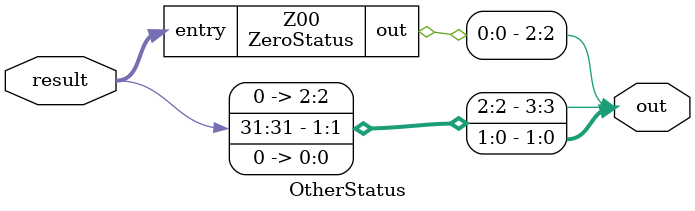
<source format=v>
module TestBench;
    reg [31:0] A, B;
    reg [0:3] code;
    wire [31:0] out;
    wire [3:0] st;
    ALU A00(A, B, code, out, st);
    initial begin
        //A = 32'b00000000000000000000000000000001;
        // A = 32'b11111111111111111111111111111111;
        //B = 32'b000000000000000000000000000011111;
        //B = 32'b000000000000000000000000000000001;
        A = 4;
        B = 6;
        //A = 32'b10101011010111001101011111011010;
        //B = 32'b11010100101111100010111000101111;
        code = 4'b0111;
        #1000
        $display("---------------------");
        $display("RESULTADO: %b", out);
        $display("STATUS: %b", st);
        $finish;
    end
endmodule

// Unidad central de la Unidad Lógica Aritmética (ALU).
module ALU(op1, op2, codigo, out, status);
    // Entradas
    input [31:0] op1, op2;
    input [3:0] codigo;
    // Salidas
    output [3:0] status;
    output [31:0] out;
    // Cables
    wire c0, status_condition;
    wire c_out;
    wire [31:0] out1, out2, out3;
    wire [31:0] flash_out;
    wire [3:0] status1, status2;
    //---------------------------
    // ALU
    // Componente aritmético.
    Aritmetico A00(op1, op2, codigo[0], codigo[1], out1, c_out);
    // Componente booleano.
    Booleano B00(op1, op2, codigo[0], codigo[1], out2);
    // Componente desplazamiento.
    Desplazamiento D00(op1, op2[4:0], codigo[0], codigo[1], out3);
    // STATUS
    ArithmeticStatus AS00(op1[31], op2[31], flash_out, c_out, status1);
    OtherStatus OS00(flash_out, status2);
    // CONDICIÓN DE STATUS
    not #(2) g1(c0, codigo[3]);
    and #(2) g2(status_condition, c0, codigo[2]);
    // DECISIÓN DE SALIDA SEǴUN EL CÓDIGO
    MUX4x1_32 M00(codigo[3], codigo[2], 32'b0, out1, out2, out3, flash_out);
    // Asignar el valor del "flash out" al out.
    OR_32 X00(32'b0 , flash_out, out);
    // DECISION DE FINAL DE STATUS (OI, ZI, NI, CI).
    MUX2x1_4 M01(status_condition, status2, status1, status);
endmodule


// ARITMETICO

// Unidad central del operador aritmético.
module Aritmetico(A, B, f0, f1, S, C);
    // Entradas 
    input [31:0] A, B;
    input f0, f1;
    // Salidas
    output [31:0] S;
    output C;
    // Cables
    wire [31:0] mux_a, inv_b, mux_b;
    wire xor_code, or_code;
    //----------------------------
    MUX2x1_32 M1(f1, A, 0, mux_a);
    Inversor_32 I1(B, inv_b);
    xor #(3) g1 (xor_code, f0, f1);
    MUX2x1_32 M2(xor_code, B, inv_b, mux_b);
    or #(2) g2(or_code, f0, f1);
    Adder32 A1(mux_b, mux_a, or_code, S, C);
endmodule

// Obtener inverso para 32 bits.
module Inversor_32(entry, out);
    // Entradas
    input [31:0] entry;
    // Salidas
    output [31:0] out;
    //---------------
    //Buscar los resultados individualmente
    //Llamar a un nuevo modulo 
    Inversor N00(entry[0], out[0]); 
    Inversor N01(entry[1], out[1]);
    Inversor N02(entry[2], out[2]);
    Inversor N03(entry[3], out[3]);
    Inversor N04(entry[4], out[4]);
    Inversor N05(entry[5], out[5]);
    Inversor N06(entry[6], out[6]);
    Inversor N07(entry[7], out[7]);
    Inversor N08(entry[8], out[8]);
    Inversor N09(entry[9], out[9]);
    Inversor N10(entry[10], out[10]);
    Inversor N11(entry[11], out[11]);
    Inversor N12(entry[12], out[12]);
    Inversor N13(entry[13], out[13]);
    Inversor N14(entry[14], out[14]);
    Inversor N15(entry[15], out[15]);
    Inversor N16(entry[16], out[16]);
    Inversor N17(entry[17], out[17]);
    Inversor N18(entry[18], out[18]);
    Inversor N19(entry[19], out[19]);
    Inversor N20(entry[20], out[20]);
    Inversor N21(entry[21], out[21]);
    Inversor N22(entry[22], out[22]);
    Inversor N23(entry[23], out[23]);
    Inversor N24(entry[24], out[24]);
    Inversor N25(entry[25], out[25]);
    Inversor N26(entry[26], out[26]);
    Inversor N27(entry[27], out[27]);
    Inversor N28(entry[28], out[28]);
    Inversor N29(entry[29], out[29]);
    Inversor N30(entry[30], out[30]);
    Inversor N31(entry[31], out[31]);
endmodule

// Obtener inverso individualmente.
module Inversor(A, out);
    // Entradas
    input A;
    // Salidas
    output out;
    //--------------------
    // Inversor hecho con "XOR".
    xor g1(out, 1'b1, A);
endmodule


//Sumador de 32 bits para proyecto TECic
module Adder32(A, B, c_in,  S, C);
    //Entradas
    input  [31:0] A, B;
    input   c_in;
	//Salidas
    output [31:0] S;
	output C;
    //Almacenamiento
    wire
	c31,c30,c29,c28,c27,c26,c25,c24,c23,c22,c21,c20,c19,c18,   c17,c16,
		c15,c14,c13,c12,c11,c10,c09,c08,c07,c06,c05,c04,c03,c02,c01,c00;
    //Obtener resultados de todos los bits
    //Llamar a un nuevo modulo 
    Full_Adder F00(A[0],B[0],c_in,c00,S[0]);
	Full_Adder F01(A[1],B[1],c00,c01,S[1]);
    Full_Adder F02(A[2],B[2],c01,c02,S[2]);
	Full_Adder F03(A[3],B[3],c02,c03,S[3]);
	Full_Adder F04(A[4],B[4],c03,c04,S[4]);
	Full_Adder F05(A[5],B[5],c04,c05,S[5]);
    Full_Adder F06(A[6],B[6],c05,c06,S[6]);
	Full_Adder F07(A[7],B[7],c06,c07,S[7]);
    Full_Adder F08(A[8],B[8],c07,c08,S[8]);
	Full_Adder F09(A[9],B[9],c08,c09,S[9]);
    Full_Adder F10(A[10],B[10],c09,c10,S[10]);
	Full_Adder F11(A[11],B[11],c10,c11,S[11]);
	Full_Adder F12(A[12],B[12],c11,c12,S[12]);
	Full_Adder F13(A[13],B[13],c12,c13,S[13]);
    Full_Adder F14(A[14],B[14],c13,c14,S[14]);
	Full_Adder F15(A[15],B[15],c14,c15,S[15]);
	Full_Adder F16(A[16],B[16],c15,c16,S[16]);
	Full_Adder F17(A[17],B[17],c16,c17,S[17]);
    Full_Adder F18(A[18],B[18],c17,c18,S[18]);
	Full_Adder F19(A[19],B[19],c18,c19,S[19]);
	Full_Adder F20(A[20],B[20],c19,c20,S[20]);
	Full_Adder F21(A[21],B[21],c20,c21,S[21]);
    Full_Adder F22(A[22],B[22],c21,c22,S[22]);
	Full_Adder F23(A[23],B[23],c22,c23,S[23]);
    Full_Adder F24(A[24],B[24],c23,c24,S[24]);
	Full_Adder F25(A[25],B[25],c24,c25,S[25]);
    Full_Adder F26(A[26],B[26],c25,c26,S[26]);
	Full_Adder F27(A[27],B[27],c26,c27,S[27]);
	Full_Adder F28(A[28],B[28],c27,c28,S[28]);
	Full_Adder F29(A[29],B[29],c28,c29,S[29]);
    Full_Adder F30(A[30],B[30],c29,c30,S[30]);
	Full_Adder F31(A[31],B[31],c30,C,S[31]);
endmodule

//Sumador completo para ALU de TECic
module Full_Adder (A,B,C,Carry,Sum);
   input A,B,C;
   output Carry,Sum;
   wire c1,c2,c3,c4,c5;
//---------------------
   and #(2) g1(c1,A,B);
   and #(2) g2(c2,A,C);
   and #(2) g3(c4,B,C);
   or  #(2) g4(c3,c1,c2);
   xor #(3) g5(c5,A,B);
   or  #(2) g6(Carry,c3,c4);
   xor #(3) g7(Sum,c5,C);
endmodule


// BOOLEANO

//Unidad central del operador booleano.
module Booleano(A, B, f0, f1, Out);
    // Entradas
    input [31:0] A, B;
    input f0, f1;
    // Salidas
    output [31:0] Out;
    // Cables
    wire [31:0] and_code, or_code, xor_code;
    //--------------------------------------
    AND_32 A0(A, B, and_code);
    OR_32 O0(A, B, or_code);
    XOR_32 X0(A, B, xor_code);
    MUX4x1_32 MO(f1, f0, 0, and_code, or_code, xor_code, Out);
endmodule

// AND para 32 bits.
module AND_32(A, B, out);
    // Entradas
    input [31:0] A,B;
    // Salidas
    output [31:0] out;
    //---------------
    and #(2) AND00(out[0], A[0], B[0]);
    and #(2) AND01(out[1], A[1], B[1]);
    and #(2) AND02(out[2], A[2], B[2]);
    and #(2) AND03(out[3], A[3], B[3]);
    and #(2) AND04(out[4], A[4], B[4]);
    and #(2) AND05(out[5], A[5], B[5]);
    and #(2) AND06(out[6], A[6], B[6]);
    and #(2) AND07(out[7], A[7], B[7]);
    and #(2) AND08(out[8], A[8], B[8]);
    and #(2) AND09(out[9], A[9], B[9]);
    and #(2) AND10(out[10], A[10], B[10]);
    and #(2) AND11(out[11], A[11], B[11]);
    and #(2) AND12(out[12], A[12], B[12]);
    and #(2) AND13(out[13], A[13], B[13]);
    and #(2) AND14(out[14], A[14], B[14]);
    and #(2) AND15(out[15], A[15], B[15]);
    and #(2) AND16(out[16], A[16], B[16]);
    and #(2) AND17(out[17], A[17], B[17]);
    and #(2) AND18(out[18], A[18], B[18]);
    and #(2) AND19(out[19], A[19], B[19]);
    and #(2) AND20(out[20], A[20], B[20]);
    and #(2) AND21(out[21], A[21], B[21]);
    and #(2) AND22(out[22], A[22], B[22]);
    and #(2) AND23(out[23], A[23], B[23]);
    and #(2) AND24(out[24], A[24], B[24]);
    and #(2) AND25(out[25], A[25], B[25]);
    and #(2) AND26(out[26], A[26], B[26]);
    and #(2) AND27(out[27], A[27], B[27]);
    and #(2) AND28(out[28], A[28], B[28]);
    and #(2) AND29(out[29], A[29], B[29]);
    and #(2) AND30(out[30], A[30], B[30]);
    and #(2) AND31(out[31], A[31], B[31]);
endmodule

// OR para 32 bits.
module OR_32(A, B, out);
    // Entradas
    input [31:0] A,B;
    // Salidas
    output [31:0] out;
    //----------------
    or #(2) OR00(out[0], A[0], B[0]);
    or #(2) OR01(out[1], A[1], B[1]);
    or #(2) OR02(out[2], A[2], B[2]);
    or #(2) OR03(out[3], A[3], B[3]);
    or #(2) OR04(out[4], A[4], B[4]);
    or #(2) OR05(out[5], A[5], B[5]);
    or #(2) OR06(out[6], A[6], B[6]);
    or #(2) OR07(out[7], A[7], B[7]);
    or #(2) OR08(out[8], A[8], B[8]);
    or #(2) OR09(out[9], A[9], B[9]);
    or #(2) OR10(out[10], A[10], B[10]);
    or #(2) OR11(out[11], A[11], B[11]);
    or #(2) OR12(out[12], A[12], B[12]);
    or #(2) OR13(out[13], A[13], B[13]);
    or #(2) OR14(out[14], A[14], B[14]);
    or #(2) OR15(out[15], A[15], B[15]);
    or #(2) OR16(out[16], A[16], B[16]);
    or #(2) OR17(out[17], A[17], B[17]);
    or #(2) OR18(out[18], A[18], B[18]);
    or #(2) OR19(out[19], A[19], B[19]);
    or #(2) OR20(out[20], A[20], B[20]);
    or #(2) OR21(out[21], A[21], B[21]);
    or #(2) OR22(out[22], A[22], B[22]);
    or #(2) OR23(out[23], A[23], B[23]);
    or #(2) OR24(out[24], A[24], B[24]);
    or #(2) OR25(out[25], A[25], B[25]);
    or #(2) OR26(out[26], A[26], B[26]);
    or #(2) OR27(out[27], A[27], B[27]);
    or #(2) OR28(out[28], A[28], B[28]);
    or #(2) OR29(out[29], A[29], B[29]);
    or #(2) OR30(out[30], A[30], B[30]);
    or #(2) OR31(out[31], A[31], B[31]);
endmodule

// XOR para 32 bits.
module XOR_32(A, B, out);
    // Entradas
    input [31:0] A,B;
    // Salidas
    output [31:0] out;
    //----------------
    xor #(3) XOR00(out[0], A[0], B[0]);
    xor #(3) XOR01(out[1], A[1], B[1]);
    xor #(3) XOR02(out[2], A[2], B[2]);
    xor #(3) XOR03(out[3], A[3], B[3]);
    xor #(3) XOR04(out[4], A[4], B[4]);
    xor #(3) XOR05(out[5], A[5], B[5]);
    xor #(3) XOR06(out[6], A[6], B[6]);
    xor #(3) XOR07(out[7], A[7], B[7]);
    xor #(3) XOR08(out[8], A[8], B[8]);
    xor #(3) XOR09(out[9], A[9], B[9]);
    xor #(3) XOR10(out[10], A[10], B[10]);
    xor #(3) XOR11(out[11], A[11], B[11]);
    xor #(3) XOR12(out[12], A[12], B[12]);
    xor #(3) XOR13(out[13], A[13], B[13]);
    xor #(3) XOR14(out[14], A[14], B[14]);
    xor #(3) XOR15(out[15], A[15], B[15]);
    xor #(3) XOR16(out[16], A[16], B[16]);
    xor #(3) XOR17(out[17], A[17], B[17]);
    xor #(3) XOR18(out[18], A[18], B[18]);
    xor #(3) XOR19(out[19], A[19], B[19]);
    xor #(3) XOR20(out[20], A[20], B[20]);
    xor #(3) XOR21(out[21], A[21], B[21]);
    xor #(3) XOR22(out[22], A[22], B[22]);
    xor #(3) XOR23(out[23], A[23], B[23]);
    xor #(3) XOR24(out[24], A[24], B[24]);
    xor #(3) XOR25(out[25], A[25], B[25]);
    xor #(3) XOR26(out[26], A[26], B[26]);
    xor #(3) XOR27(out[27], A[27], B[27]);
    xor #(3) XOR28(out[28], A[28], B[28]);
    xor #(3) XOR29(out[29], A[29], B[29]);
    xor #(3) XOR30(out[30], A[30], B[30]);
    xor #(3) XOR31(out[31], A[31], B[31]);
endmodule


// DESPLAZAMIENTO

//Unidad central del operador de desplazamiento.
module Desplazamiento(num, select, f0, f1, Out);
    // Entradas
    // La entrada la cual se le aplicará desplazamiento.
    input [31:0] num;
    // La cantidad de veces a desplazar.
    input [4:0] select;
    input f0,f1;
    // Cables
    wire [31:0] shl_code, slr_code, sar_code, ror_code;
    // Salidas
    output [31:0] Out;
    //--------------------------------------
    SHL_32 SHL00(select, num, shl_code);
    SLR_32 SLR00(select, num, slr_code);
    SAR_32 SAR00(select, num, sar_code);
    ROR_32 ROR00(select, num, ror_code);
    MUX4x1_32 M0(f1, f0, shl_code, slr_code, sar_code, ror_code, Out);
endmodule

// Trasladar a la derecha para 32 bits.
module SLR_32(select, entry, out);
    // Entradas
    input [4:0] select;
    input [31:0] entry;
    // Salidas
    output [31:0] out;
    // Cables
    wire [31:0] c1, c2, c3, c4, c5, c6,
    c7, c8, c9, c10, c11, c12, c13, c14, c15,
    c16, c17, c18, c19, c20, c21, c22, c23, c24,
    c25, c26, c27, c28, c29, c30;
    //-----------------------------------------
    // 16 bit shift
    SLR S30(select[4], c30, out);
    SLR S29(select[4], c29, c30);
    SLR S28(select[4], c28, c29);
    SLR S27(select[4], c27, c28);
    SLR S26(select[4], c26, c27);
    SLR S25(select[4], c25, c26);
    SLR S24(select[4], c24, c25);
    SLR S23(select[4], c23, c24);
    SLR S22(select[4], c22, c23);
    SLR S21(select[4], c21, c22);
    SLR S20(select[4], c20, c21);
    SLR S19(select[4], c19, c20);
    SLR S18(select[4], c18, c19);
    SLR S17(select[4], c17, c18);
    SLR S16(select[4], c16, c17);
    SLR S15(select[4], c15, c16);
    // 8 bit shift
    SLR S14(select[3], c14, c15);
    SLR S13(select[3], c13, c14);
    SLR S12(select[3], c12, c13);
    SLR S11(select[3], c11, c12);
    SLR S10(select[3], c10, c11);
    SLR S09(select[3], c9, c10);
    SLR S08(select[3], c8, c9);
    SLR S07(select[3], c7, c8);
    // 4 bit shift
    SLR S06(select[2], c6, c7);
    SLR S05(select[2], c5, c6);
    SLR S04(select[2], c4, c5);
    SLR S03(select[2], c3, c4);
    // 2 bit shift
    SLR S02(select[1], c2, c3);
    SLR S01(select[1], c1, c2);
    //1 bit shift
    SLR S00(select[0], entry, c1);
endmodule

// Trasladar a la izquierda para 32 bits.
module SHL_32(select, entry, out);
    // Entradas
    input [4:0] select;
    input [31:0] entry;
    // Salidas
    output [31:0] out;
    // Cables
    wire [31:0] c1, c2, c3, c4, c5, c6,
    c7, c8, c9, c10, c11, c12, c13, c14, c15,
    c16, c17, c18, c19, c20, c21, c22, c23, c24,
    c25, c26, c27, c28, c29, c30;
    //-----------------------------------------
    // 16 bit shift
    SHL S30(select[4], c30, out);
    SHL S29(select[4], c29, c30);
    SHL S28(select[4], c28, c29);
    SHL S27(select[4], c27, c28);
    SHL S26(select[4], c26, c27);
    SHL S25(select[4], c25, c26);
    SHL S24(select[4], c24, c25);
    SHL S23(select[4], c23, c24);
    SHL S22(select[4], c22, c23);
    SHL S21(select[4], c21, c22);
    SHL S20(select[4], c20, c21);
    SHL S19(select[4], c19, c20);
    SHL S18(select[4], c18, c19);
    SHL S17(select[4], c17, c18);
    SHL S16(select[4], c16, c17);
    SHL S15(select[4], c15, c16);
    // 8 bit shift
    SHL S14(select[3], c14, c15);
    SHL S13(select[3], c13, c14);
    SHL S12(select[3], c12, c13);
    SHL S11(select[3], c11, c12);
    SHL S10(select[3], c10, c11);
    SHL S09(select[3], c9, c10);
    SHL S08(select[3], c8, c9);
    SHL S07(select[3], c7, c8);
    // 4 bit shift
    SHL S06(select[2], c6, c7);
    SHL S05(select[2], c5, c6);
    SHL S04(select[2], c4, c5);
    SHL S03(select[2], c3, c4);
    // 2 bit shift
    SHL S02(select[1], c2, c3);
    SHL S01(select[1], c1, c2);
    //1 bit shift
    SHL S00(select[0], entry, c1);
endmodule

// Trasladar a la izquierda aritmético para 32 bits.
module SAR_32(select, entry, out);
    // Entradas
    input [4:0] select;
    input [31:0] entry;
    // Salidas
    output [31:0] out;
    // Cables
    wire [31:0] c1, c2, c3, c4, c5, c6,
    c7, c8, c9, c10, c11, c12, c13, c14, c15,
    c16, c17, c18, c19, c20, c21, c22, c23, c24,
    c25, c26, c27, c28, c29, c30;
    //-----------------------------------------
    // 16 bit shift
    SAR S30(select[4], c30, out);
    SAR S29(select[4], c29, c30);
    SAR S28(select[4], c28, c29);
    SAR S27(select[4], c27, c28);
    SAR S26(select[4], c26, c27);
    SAR S25(select[4], c25, c26);
    SAR S24(select[4], c24, c25);
    SAR S23(select[4], c23, c24);
    SAR S22(select[4], c22, c23);
    SAR S21(select[4], c21, c22);
    SAR S20(select[4], c20, c21);
    SAR S19(select[4], c19, c20);
    SAR S18(select[4], c18, c19);
    SAR S17(select[4], c17, c18);
    SAR S16(select[4], c16, c17);
    SAR S15(select[4], c15, c16);
    // 8 bit shift
    SAR S14(select[3], c14, c15);
    SAR S13(select[3], c13, c14);
    SAR S12(select[3], c12, c13);
    SAR S11(select[3], c11, c12);
    SAR S10(select[3], c10, c11);
    SAR S09(select[3], c9, c10);
    SAR S08(select[3], c8, c9);
    SAR S07(select[3], c7, c8);
    // 4 bit shift
    SAR S06(select[2], c6, c7);
    SAR S05(select[2], c5, c6);
    SAR S04(select[2], c4, c5);
    SAR S03(select[2], c3, c4);
    // 2 bit shift
    SAR S02(select[1], c2, c3);
    SAR S01(select[1], c1, c2);
    //1 bit shift
    SAR S00(select[0], entry, c1);
endmodule


// Rotar a la derecha para 32 bits.
module ROR_32(select, entry, out);
    // Entradas
    input [4:0] select;
    input [31:0] entry;
    // Salidas
    output [31:0] out;
    // Cables
    wire [31:0] c1, c2, c3, c4, c5, c6,
    c7, c8, c9, c10, c11, c12, c13, c14, c15,
    c16, c17, c18, c19, c20, c21, c22, c23, c24,
    c25, c26, c27, c28, c29, c30;
    //-----------------------------------------
    // 16 bit shift
    ROR R30(select[4], c30, out);
    ROR R29(select[4], c29, c30);
    ROR R28(select[4], c28, c29);
    ROR R27(select[4], c27, c28);
    ROR R26(select[4], c26, c27);
    ROR R25(select[4], c25, c26);
    ROR R24(select[4], c24, c25);
    ROR R23(select[4], c23, c24);
    ROR R22(select[4], c22, c23);
    ROR R21(select[4], c21, c22);
    ROR R20(select[4], c20, c21);
    ROR R19(select[4], c19, c20);
    ROR R18(select[4], c18, c19);
    ROR R17(select[4], c17, c18);
    ROR R16(select[4], c16, c17);
    ROR R15(select[4], c15, c16);
    // 8 bit shift
    ROR R14(select[3], c14, c15);
    ROR R13(select[3], c13, c14);
    ROR R12(select[3], c12, c13);
    ROR R11(select[3], c11, c12);
    ROR R10(select[3], c10, c11);
    ROR R09(select[3], c9, c10);
    ROR R08(select[3], c8, c9);
    ROR R07(select[3], c7, c8);
    // 4 bit shift
    ROR R06(select[2], c6, c7);
    ROR R05(select[2], c5, c6);
    ROR R04(select[2], c4, c5);
    ROR R03(select[2], c3, c4);
    // 2 bit shift
    ROR R02(select[1], c2, c3);
    ROR R01(select[1], c1, c2);
    //1 bit shift
    ROR R00(select[0], entry, c1);
endmodule

// Trasladar a la derecha.
module SLR(select, entry, out);
    // Entradas
    input [31:0]entry;
    input select;
    // Salidas
    output [31:0]out;
    //---------------
    // Shift de un bit a derecha.
    MUX2x1  M31(select,entry[31],1'b0,out[31]);
    MUX2x1  M30 (select,entry[30],entry[31],out[30]);
    MUX2x1  M29 (select,entry[29],entry[30],out[29]);
    MUX2x1  M28 (select,entry[28],entry[29],out[28]);
    MUX2x1  M27 (select,entry[27],entry[28],out[27]);
    MUX2x1  M26 (select,entry[26],entry[27],out[26]);
    MUX2x1  M25 (select,entry[25],entry[26],out[25]);
    MUX2x1  M24 (select,entry[24],entry[25],out[24]);
    MUX2x1  M23 (select,entry[23],entry[24],out[23]);
    MUX2x1  M22 (select,entry[22],entry[23],out[22]);
    MUX2x1  M21 (select,entry[21],entry[22],out[21]);
    MUX2x1  M20 (select,entry[20],entry[21],out[20]);
    MUX2x1  M19 (select,entry[19],entry[20],out[19]);
    MUX2x1  M18 (select,entry[18],entry[19],out[18]);
    MUX2x1  M17 (select,entry[17],entry[18],out[17]);
    MUX2x1  M16 (select,entry[16],entry[17],out[16]);
    MUX2x1  M15 (select,entry[15],entry[16],out[15]);
    MUX2x1  M14 (select,entry[14],entry[15],out[14]);
    MUX2x1  M13 (select,entry[13],entry[14],out[13]);
    MUX2x1  M12 (select,entry[12],entry[13],out[12]);
    MUX2x1  M11 (select,entry[11],entry[12],out[11]);
    MUX2x1  M10 (select,entry[10],entry[11],out[10]);
    MUX2x1  M9 (select,entry[9],entry[10],out[9]);
    MUX2x1  M8 (select,entry[8],entry[9],out[8]);
    MUX2x1  M7 (select,entry[7],entry[8],out[7]);
    MUX2x1  M6 (select,entry[6],entry[7],out[6]);
    MUX2x1  M5 (select,entry[5],entry[6],out[5]);
    MUX2x1  M4 (select,entry[4],entry[5],out[4]);
    MUX2x1  M3 (select,entry[3],entry[4],out[3]);
    MUX2x1  M2 (select,entry[2],entry[3],out[2]);
    MUX2x1  M1 (select,entry[1],entry[2],out[1]);
    MUX2x1  M0 (select,entry[0],entry[1],out[0]);
endmodule

// Trasladar a la izquierda.
module SHL(select, entry, out);
    // Entradas
    input [31:0]entry;
    input select;
    // Salidas
    output [31:0]out;
    //---------------
    // Shift de un bit a derecha.
    MUX2x1  M31(select,entry[31],entry[30],out[31]);
    MUX2x1  M30 (select,entry[30],entry[29],out[30]);
    MUX2x1  M29 (select,entry[29],entry[28],out[29]);
    MUX2x1  M28 (select,entry[28],entry[27],out[28]);
    MUX2x1  M27 (select,entry[27],entry[26],out[27]);
    MUX2x1  M26 (select,entry[26],entry[25],out[26]);
    MUX2x1  M25 (select,entry[25],entry[24],out[25]);
    MUX2x1  M24 (select,entry[24],entry[23],out[24]);
    MUX2x1  M23 (select,entry[23],entry[22],out[23]);
    MUX2x1  M22 (select,entry[22],entry[21],out[22]);
    MUX2x1  M21 (select,entry[21],entry[20],out[21]);
    MUX2x1  M20 (select,entry[20],entry[19],out[20]);
    MUX2x1  M19 (select,entry[19],entry[18],out[19]);
    MUX2x1  M18 (select,entry[18],entry[17],out[18]);
    MUX2x1  M17 (select,entry[17],entry[16],out[17]);
    MUX2x1  M16 (select,entry[16],entry[15],out[16]);
    MUX2x1  M15 (select,entry[15],entry[14],out[15]);
    MUX2x1  M14 (select,entry[14],entry[13],out[14]);
    MUX2x1  M13 (select,entry[13],entry[12],out[13]);
    MUX2x1  M12 (select,entry[12],entry[11],out[12]);
    MUX2x1  M11 (select,entry[11],entry[10],out[11]);
    MUX2x1  M10 (select,entry[10],entry[9],out[10]);
    MUX2x1  M9 (select,entry[9],entry[8],out[9]);
    MUX2x1  M8 (select,entry[8],entry[7],out[8]);
    MUX2x1  M7 (select,entry[7],entry[6],out[7]);
    MUX2x1  M6 (select,entry[6],entry[5],out[6]);
    MUX2x1  M5 (select,entry[5],entry[4],out[5]);
    MUX2x1  M4 (select,entry[4],entry[3],out[4]);
    MUX2x1  M3 (select,entry[3],entry[2],out[3]);
    MUX2x1  M2 (select,entry[2],entry[1],out[2]);
    MUX2x1  M1 (select,entry[1],entry[0],out[1]);
    MUX2x1  M0 (select,entry[0],1'b0,out[0]);
endmodule

// Trasladar a la derecha aritmético.
module SAR(select, entry, out);
    // Entradas
    input [31:0]entry;
    input select;
    // Salidas
    output [31:0]out;
    //---------------
    // Shift de un bit a derecha.
    MUX2x1  M31(select,entry[31],entry[31],out[31]);
    MUX2x1  M30 (select,entry[30],entry[31],out[30]);
    MUX2x1  M29 (select,entry[29],entry[30],out[29]);
    MUX2x1  M28 (select,entry[28],entry[29],out[28]);
    MUX2x1  M27 (select,entry[27],entry[28],out[27]);
    MUX2x1  M26 (select,entry[26],entry[27],out[26]);
    MUX2x1  M25 (select,entry[25],entry[26],out[25]);
    MUX2x1  M24 (select,entry[24],entry[25],out[24]);
    MUX2x1  M23 (select,entry[23],entry[24],out[23]);
    MUX2x1  M22 (select,entry[22],entry[23],out[22]);
    MUX2x1  M21 (select,entry[21],entry[22],out[21]);
    MUX2x1  M20 (select,entry[20],entry[21],out[20]);
    MUX2x1  M19 (select,entry[19],entry[20],out[19]);
    MUX2x1  M18 (select,entry[18],entry[19],out[18]);
    MUX2x1  M17 (select,entry[17],entry[18],out[17]);
    MUX2x1  M16 (select,entry[16],entry[17],out[16]);
    MUX2x1  M15 (select,entry[15],entry[16],out[15]);
    MUX2x1  M14 (select,entry[14],entry[15],out[14]);
    MUX2x1  M13 (select,entry[13],entry[14],out[13]);
    MUX2x1  M12 (select,entry[12],entry[13],out[12]);
    MUX2x1  M11 (select,entry[11],entry[12],out[11]);
    MUX2x1  M10 (select,entry[10],entry[11],out[10]);
    MUX2x1  M9 (select,entry[9],entry[10],out[9]);
    MUX2x1  M8 (select,entry[8],entry[9],out[8]);
    MUX2x1  M7 (select,entry[7],entry[8],out[7]);
    MUX2x1  M6 (select,entry[6],entry[7],out[6]);
    MUX2x1  M5 (select,entry[5],entry[6],out[5]);
    MUX2x1  M4 (select,entry[4],entry[5],out[4]);
    MUX2x1  M3 (select,entry[3],entry[4],out[3]);
    MUX2x1  M2 (select,entry[2],entry[3],out[2]);
    MUX2x1  M1 (select,entry[1],entry[2],out[1]);
    MUX2x1  M0 (select,entry[0],entry[1],out[0]);
endmodule

// Rotar a la derecha.
module ROR(select, entry, out);
    // Entradas
    input [31:0]entry;
    input select;
    // Salidas
    output [31:0]out;
    //---------------
    // Shift de un bit a derecha.
    MUX2x1  M31(select,entry[31],entry[0],out[31]);
    MUX2x1  M30 (select,entry[30],entry[31],out[30]);
    MUX2x1  M29 (select,entry[29],entry[30],out[29]);
    MUX2x1  M28 (select,entry[28],entry[29],out[28]);
    MUX2x1  M27 (select,entry[27],entry[28],out[27]);
    MUX2x1  M26 (select,entry[26],entry[27],out[26]);
    MUX2x1  M25 (select,entry[25],entry[26],out[25]);
    MUX2x1  M24 (select,entry[24],entry[25],out[24]);
    MUX2x1  M23 (select,entry[23],entry[24],out[23]);
    MUX2x1  M22 (select,entry[22],entry[23],out[22]);
    MUX2x1  M21 (select,entry[21],entry[22],out[21]);
    MUX2x1  M20 (select,entry[20],entry[21],out[20]);
    MUX2x1  M19 (select,entry[19],entry[20],out[19]);
    MUX2x1  M18 (select,entry[18],entry[19],out[18]);
    MUX2x1  M17 (select,entry[17],entry[18],out[17]);
    MUX2x1  M16 (select,entry[16],entry[17],out[16]);
    MUX2x1  M15 (select,entry[15],entry[16],out[15]);
    MUX2x1  M14 (select,entry[14],entry[15],out[14]);
    MUX2x1  M13 (select,entry[13],entry[14],out[13]);
    MUX2x1  M12 (select,entry[12],entry[13],out[12]);
    MUX2x1  M11 (select,entry[11],entry[12],out[11]);
    MUX2x1  M10 (select,entry[10],entry[11],out[10]);
    MUX2x1  M9 (select,entry[9],entry[10],out[9]);
    MUX2x1  M8 (select,entry[8],entry[9],out[8]);
    MUX2x1  M7 (select,entry[7],entry[8],out[7]);
    MUX2x1  M6 (select,entry[6],entry[7],out[6]);
    MUX2x1  M5 (select,entry[5],entry[6],out[5]);
    MUX2x1  M4 (select,entry[4],entry[5],out[4]);
    MUX2x1  M3 (select,entry[3],entry[4],out[3]);
    MUX2x1  M2 (select,entry[2],entry[3],out[2]);
    MUX2x1  M1 (select,entry[1],entry[2],out[1]);
    MUX2x1  M0 (select,entry[0],entry[1],out[0]);
endmodule


// MULTIPLEXORES

// MUX4x1 para entradas de 32 bits.
module MUX4x1_32(S0, S1, I0, I1, I2, I3, Out);
    // Entradas
    input [31:0] I0, I1, I2, I3;
    input S0, S1;
    // Salidas
    output [31:0] Out;
    //----------------
    MUX4x1 M00(S0, S1, I0[0], I1[0], I2[0], I3[0], Out[0]);
    MUX4x1 M01(S0, S1, I0[1], I1[1], I2[1], I3[1], Out[1]);
    MUX4x1 M02(S0, S1, I0[2], I1[2], I2[2], I3[2], Out[2]);
    MUX4x1 M03(S0, S1, I0[3], I1[3], I2[3], I3[3], Out[3]);
    MUX4x1 M04(S0, S1, I0[4], I1[4], I2[4], I3[4], Out[4]);
    MUX4x1 M05(S0, S1, I0[5], I1[5], I2[5], I3[5], Out[5]);
    MUX4x1 M06(S0, S1, I0[6], I1[6], I2[6], I3[6], Out[6]);
    MUX4x1 M07(S0, S1, I0[7], I1[7], I2[7], I3[7], Out[7]);
    MUX4x1 M08(S0, S1, I0[8], I1[8], I2[8], I3[8], Out[8]);
    MUX4x1 M09(S0, S1, I0[9], I1[9], I2[9], I3[9], Out[9]);
    MUX4x1 M10(S0, S1, I0[10], I1[10], I2[10], I3[10], Out[10]);
    MUX4x1 M11(S0, S1, I0[11], I1[11], I2[11], I3[11], Out[11]);
    MUX4x1 M12(S0, S1, I0[12], I1[12], I2[12], I3[12], Out[12]);
    MUX4x1 M13(S0, S1, I0[13], I1[13], I2[13], I3[13], Out[13]);
    MUX4x1 M14(S0, S1, I0[14], I1[14], I2[14], I3[14], Out[14]);
    MUX4x1 M15(S0, S1, I0[15], I1[15], I2[15], I3[15], Out[15]);
    MUX4x1 M16(S0, S1, I0[16], I1[16], I2[16], I3[16], Out[16]);
    MUX4x1 M17(S0, S1, I0[17], I1[17], I2[17], I3[17], Out[17]);
    MUX4x1 M18(S0, S1, I0[18], I1[18], I2[18], I3[18], Out[18]);
    MUX4x1 M19(S0, S1, I0[19], I1[19], I2[19], I3[19], Out[19]);
    MUX4x1 M20(S0, S1, I0[20], I1[20], I2[20], I3[20], Out[20]);
    MUX4x1 M21(S0, S1, I0[21], I1[21], I2[21], I3[21], Out[21]);
    MUX4x1 M22(S0, S1, I0[22], I1[22], I2[22], I3[22], Out[22]);
    MUX4x1 M23(S0, S1, I0[23], I1[23], I2[23], I3[23], Out[23]);
    MUX4x1 M24(S0, S1, I0[24], I1[24], I2[24], I3[24], Out[24]);
    MUX4x1 M25(S0, S1, I0[25], I1[25], I2[25], I3[25], Out[25]);
    MUX4x1 M26(S0, S1, I0[26], I1[26], I2[26], I3[26], Out[26]);
    MUX4x1 M27(S0, S1, I0[27], I1[27], I2[27], I3[27], Out[27]);
    MUX4x1 M28(S0, S1, I0[28], I1[28], I2[28], I3[28], Out[28]);
    MUX4x1 M29(S0, S1, I0[29], I1[29], I2[29], I3[29], Out[29]);
    MUX4x1 M30(S0, S1, I0[30], I1[30], I2[30], I3[30], Out[30]);
    MUX4x1 M31(S0, S1, I0[31], I1[31], I2[31], I3[31], Out[31]);
endmodule


// MUX2x1 para entradas de 32 bits.
module MUX2x1_32(S, I0, I1, Out);
    //Entradas
    input [31:0] I0, I1;
    input S;
    //Salidas
    output [31:0] Out;
    //Obtener resultados de todos los bits
    //Llamar a un nuevo modulo 
    //------------------
    MUX2x1 M00(S, I0[0], I1[0], Out[0]);
    MUX2x1 M01(S, I0[1], I1[1], Out[1]);
    MUX2x1 M02(S, I0[2], I1[2], Out[2]);
    MUX2x1 M03(S, I0[3], I1[3], Out[3]);
    MUX2x1 M04(S, I0[4], I1[4], Out[4]);
    MUX2x1 M05(S, I0[5], I1[5], Out[5]);
    MUX2x1 M06(S, I0[6], I1[6], Out[6]);
    MUX2x1 M07(S, I0[7], I1[7], Out[7]);
    MUX2x1 M08(S, I0[8], I1[8], Out[8]);
    MUX2x1 M09(S, I0[9], I1[9], Out[9]);
    MUX2x1 M10(S, I0[10], I1[10], Out[10]);
    MUX2x1 M11(S, I0[11], I1[11], Out[11]);
    MUX2x1 M12(S, I0[12], I1[12], Out[12]);
    MUX2x1 M13(S, I0[13], I1[13], Out[13]);
    MUX2x1 M14(S, I0[14], I1[14], Out[14]);
    MUX2x1 M15(S, I0[15], I1[15], Out[15]);
    MUX2x1 M16(S, I0[16], I1[16], Out[16]);
    MUX2x1 M17(S, I0[17], I1[17], Out[17]);
    MUX2x1 M18(S, I0[18], I1[18], Out[18]);
    MUX2x1 M19(S, I0[19], I1[19], Out[19]);
    MUX2x1 M20(S, I0[20], I1[20], Out[20]);
    MUX2x1 M21(S, I0[21], I1[21], Out[21]);
    MUX2x1 M22(S, I0[22], I1[22], Out[22]);
    MUX2x1 M23(S, I0[23], I1[23], Out[23]);
    MUX2x1 M24(S, I0[24], I1[24], Out[24]);
    MUX2x1 M25(S, I0[25], I1[25], Out[25]);
    MUX2x1 M26(S, I0[26], I1[26], Out[26]);
    MUX2x1 M27(S, I0[27], I1[27], Out[27]);
    MUX2x1 M28(S, I0[28], I1[28], Out[28]);
    MUX2x1 M29(S, I0[29], I1[29], Out[29]);
    MUX2x1 M30(S, I0[30], I1[30], Out[30]);
    MUX2x1 M31(S, I0[31], I1[31], Out[31]);

endmodule

// MUX2x1 para entradas de 4 bits.
module MUX2x1_4(S, I0, I1, Out);
    // Entradas
    input [3:0] I0, I1;
    input S;
    // Salidas
    output [3:0] Out;
    //----------------
    MUX2x1 M00(S, I0[0], I1[0], Out[0]);
    MUX2x1 M01(S, I0[1], I1[1], Out[1]);
    MUX2x1 M02(S, I0[2], I1[2], Out[2]);
    MUX2x1 M03(S, I0[3], I1[3], Out[3]);
endmodule

// Obtiene los resultados individuales de MUX2x1_32 y MUX2x1_4 (Multiplexor de 2 entradas).
module MUX2x1(S, I0, I1, Out);
    // Entradas
    input I0, I1, S;
    // Salidas
    output Out;
    // Cables
    wire c1, c2, c3;
    //---------------------
    and #(2) g1(c1, I1, S);
    not #(2) g2(c3, S);
    and #(2) g3(c2, I0, c3);
    or #(2) g4(Out, c1, c2);
endmodule

// Se usa en MUX4x1_32 (Multiplexor de 4 entradas).
module MUX4x1(S0, S1, I0, I1, I2, I3, Out);
    // Entradas
    input I0,  I1, I2, I3, S0, S1;
    // Salidas
    output Out;
    // Cables
    wire c1, c2, c3, c4, c5, c6;
    //--------------------------------
    not #(2) g1(c1, S0);
    not #(2) g2 (c2, S1);
    // AND de 3 variables
    and #(2) g3 (c3, I0, c1, c2);
    and #(2) g4 (c4, I1, c1, S1);
    and #(2) g5 (c5, I2, S0, c2);
    and #(2) g6 (c6, I3, S0, S1);
    or #(2) g7 (Out, c3, c4, c5, c6);
endmodule


// STATUS

// Status para operaciones aritméticas.
module ArithmeticStatus(last_bit1, last_bit2, result, c_out, out);
    // Entradas
    input last_bit1, last_bit2, c_out;
    input [31:0] result;
    // Salidas
    output [3:0] out;
    //----------------------------------
    OverFlowStatus OF00(last_bit1, last_bit2, result[31], out[3]);
    ZeroStatus Z00(result, out[2]);
    xor #(3) g1(out[1], 1'b0, result[31]);
    xor #(3) g2(out[0], 1'b0, c_out);
endmodule

// Circuto para revisar si hubo overflow en una operación aritmética.
module OverFlowStatus(sign_1, sign_2, sign_3, out);
    // Entradas
    input sign_1, sign_2, sign_3;
    // Salidas
    output out;
    // Cables
    wire c1, c2, c3, c4, c5;
    //----------------------------------------
    not #(2) (c1, sign_1);
    not #(2) (c2, sign_2);
    not #(2) (c3, sign_3);
    and #(2) (c4, c1, c2, sign_3);
    and #(2) (c5, sign_1, sign_2, c3);
    or #(2) (out, c4, c5);
endmodule

// Verificación para saber si el resultado es igual a cero.
module ZeroStatus(entry, out);
    // Entradas
    input [31:0] entry;
    // Salidas
    output out;
    // Cables
    wire c1, c2, c3, c4, c5, c6, c7, c8, c9, c10, c11;
    //-----------------------------------------------
    not #(2) result(out, c11);
    or #(2) g11(c11, c10, entry[31]);
    or #(2) g10(c10, c9, entry[28], entry[29], entry[30]);
    or #(2) g9(c9, c8, entry[25], entry[26], entry[27]);
    or #(2) g8(c8, c7, entry[22], entry[23], entry[24]);
    or #(2) g7(c7, c6, entry[19], entry[20], entry[21]);
    or #(2) g6(c6, c5, entry[16], entry[17], entry[18]);
    or #(2) g5(c5, c4, entry[13], entry[14], entry[15]);
    or #(2) g4(c4, c3, entry[10], entry[11], entry[12]);
    or #(2) g3(c3, c2, entry[7], entry[8], entry[9]);
    or #(2) g2(c2, c1, entry[4], entry[5], entry[6]);
    or #(2) g1(c1, entry[0], entry[1], entry[2], entry[3]);
endmodule

// Status para operaciones booleanas y desplazamiento.
module OtherStatus(result, out);
    // Entradas
    input [31:0] result;
    // Salidas
    output [3:0] out;
    //----------------------------------
    or #(2) g1(out[3], 1'b0, 1'b0);
    ZeroStatus Z00(result, out[2]);
    or #(2) g2(out[1], 1'b0, result[31]);
    or #(2) g3(out[0], 1'b0, 1'b0);
endmodule
</source>
